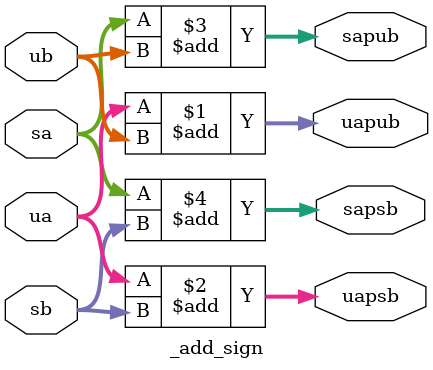
<source format=v>

module _add_sign (input signed [7:0] sa, input [7:0] ua, input signed [7:0] sb, input [7:0] ub,
  output [7:0] uapub, output [7:0] uapsb, output [7:0] sapsb, output [7:0] sapub);

  assign uapub =          ua + ub;
  assign uapsb =          ua + sb;
  assign sapub =          sa + ub;
  assign sapsb =          sa + sb;
  
endmodule

</source>
